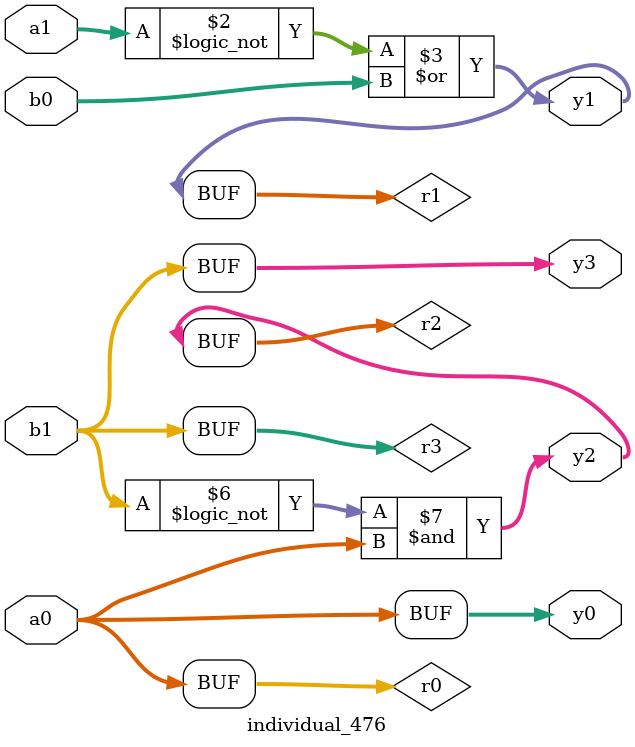
<source format=sv>
module individual_476(input logic [15:0] a1, input logic [15:0] a0, input logic [15:0] b1, input logic [15:0] b0, output logic [15:0] y3, output logic [15:0] y2, output logic [15:0] y1, output logic [15:0] y0);
logic [15:0] r0, r1, r2, r3; 
 always@(*) begin 
	 r0 = a0; r1 = a1; r2 = b0; r3 = b1; 
 	 r1 = ! a1 ;
 	 r1  |=  b0 ;
 	 r2  &=  r0 ;
 	 r2  &=  a0 ;
 	 r2 = ! r3 ;
 	 r2  &=  r0 ;
 	 y3 = r3; y2 = r2; y1 = r1; y0 = r0; 
end
endmodule
</source>
